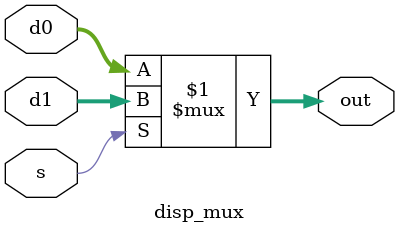
<source format=sv>
module disp_mux (input  logic [11:0] d0, d1,
                 input  logic s,
                 output logic [11:0] out);

    assign out = s ? d1 : d0;
endmodule
</source>
